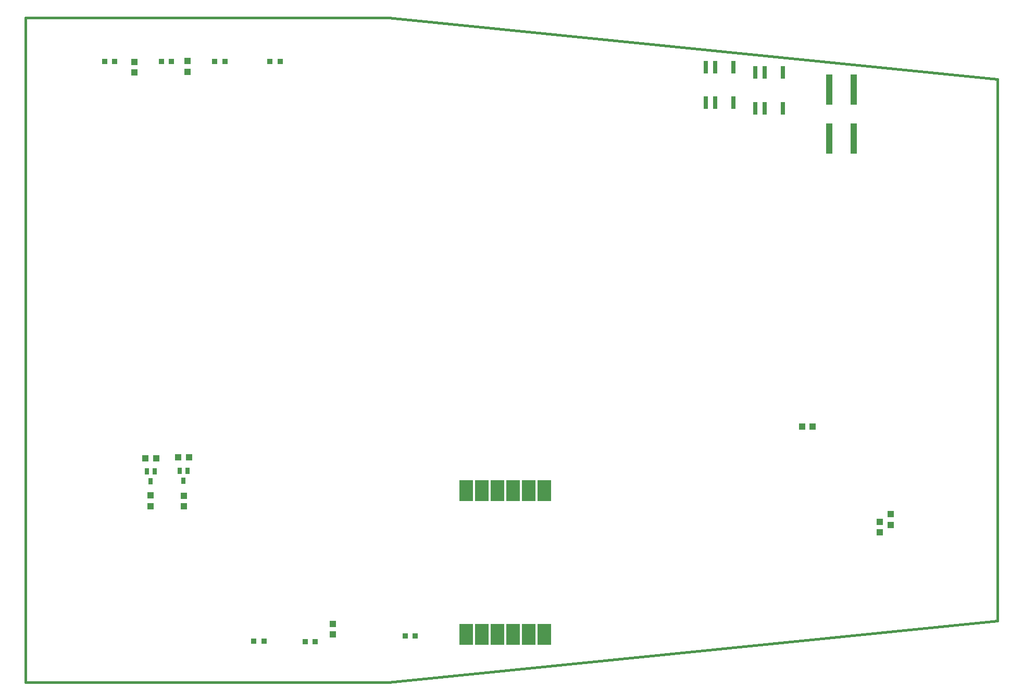
<source format=gbp>
G04 Layer_Color=128*
%FSLAX44Y44*%
%MOMM*%
G71*
G01*
G75*
%ADD10R,1.0160X1.1176*%
%ADD13R,1.1176X1.0160*%
%ADD22R,1.0000X1.0000*%
%ADD33R,0.8000X1.0000*%
%ADD48C,0.4000*%
%ADD75R,0.8128X0.8128*%
%ADD76R,1.0000X5.0000*%
%ADD77R,0.8000X2.0000*%
%ADD78R,2.2900X3.5000*%
D10*
X458364Y625500D02*
D03*
X475500D02*
D03*
X404864Y623750D02*
D03*
X422000D02*
D03*
X1489136Y675500D02*
D03*
X1472000D02*
D03*
D13*
X709250Y337614D02*
D03*
Y354750D02*
D03*
X467250Y545864D02*
D03*
Y563000D02*
D03*
X413500Y546114D02*
D03*
Y563250D02*
D03*
X386500Y1268386D02*
D03*
Y1251250D02*
D03*
X473000Y1269386D02*
D03*
Y1252250D02*
D03*
X1598750Y503114D02*
D03*
Y520250D02*
D03*
D22*
X1616250Y515750D02*
D03*
Y532750D02*
D03*
D33*
X460250Y603250D02*
D03*
X473250D02*
D03*
X466750Y587250D02*
D03*
X407000Y602750D02*
D03*
X420000D02*
D03*
X413500Y586750D02*
D03*
D48*
X800000Y260000D02*
X1790000Y360000D01*
Y1240000D01*
X210000Y260000D02*
X800000D01*
Y1340000D02*
X1790000Y1240000D01*
X210000Y1340000D02*
X800000D01*
X210000Y260000D02*
Y1340000D01*
D75*
X664872Y326000D02*
D03*
X681000D02*
D03*
X581122Y326500D02*
D03*
X597250D02*
D03*
X827372Y335000D02*
D03*
X843500D02*
D03*
X338872Y1268500D02*
D03*
X355000D02*
D03*
X517622Y1268750D02*
D03*
X533750D02*
D03*
X607372D02*
D03*
X623500D02*
D03*
X430872Y1269000D02*
D03*
X447000D02*
D03*
D76*
X1556500Y1143500D02*
D03*
X1516500D02*
D03*
Y1223500D02*
D03*
X1556500D02*
D03*
D77*
X1360500Y1260000D02*
D03*
X1330500D02*
D03*
X1315500D02*
D03*
Y1202000D02*
D03*
X1330500D02*
D03*
X1360500D02*
D03*
X1441000Y1251000D02*
D03*
X1411000D02*
D03*
X1396000D02*
D03*
Y1193000D02*
D03*
X1411000D02*
D03*
X1441000D02*
D03*
D78*
X926000Y337500D02*
D03*
X951400D02*
D03*
X976800D02*
D03*
X1002200D02*
D03*
X1027600D02*
D03*
X1053000D02*
D03*
Y571500D02*
D03*
X1027600D02*
D03*
X1002200D02*
D03*
X976800D02*
D03*
X951400D02*
D03*
X926000D02*
D03*
M02*

</source>
